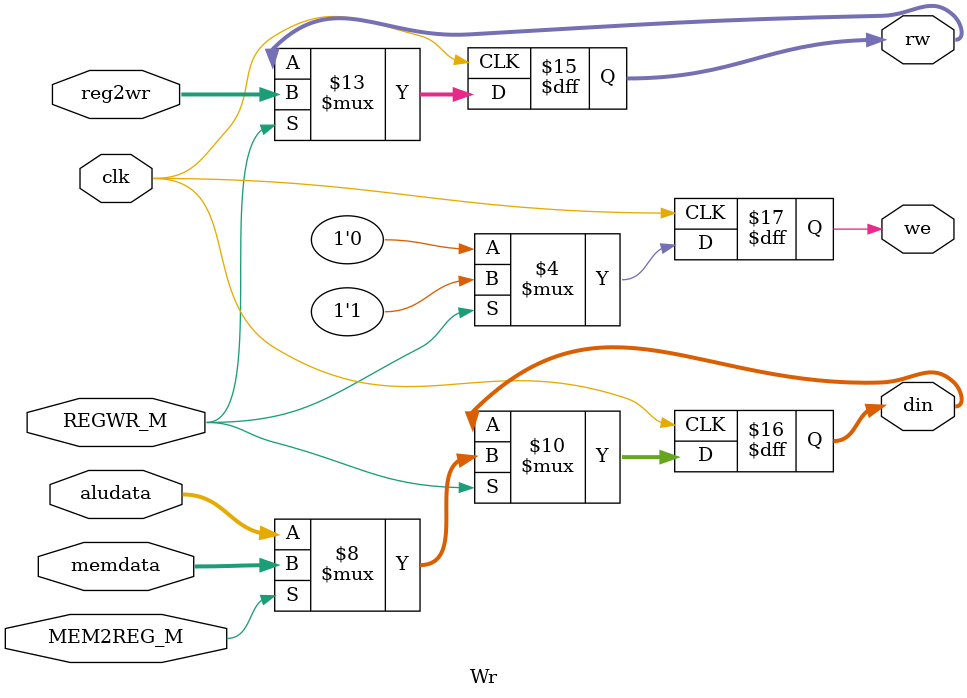
<source format=v>
module Wr(
    input clk,
    input MEM2REG_M,
    input REGWR_M,
    input [4:0]reg2wr,
    input [31:0]memdata,
    input [31:0]aludata,

    output reg [4:0]rw,
    output reg [31:0]din,
    output reg we
);
always @(posedge clk) begin
    if(REGWR_M) begin
        we<=1;
        rw<=reg2wr;
        if(MEM2REG_M==1) din<=memdata;
        else din<=aludata;
    end
    else we<=0;
end

endmodule
</source>
